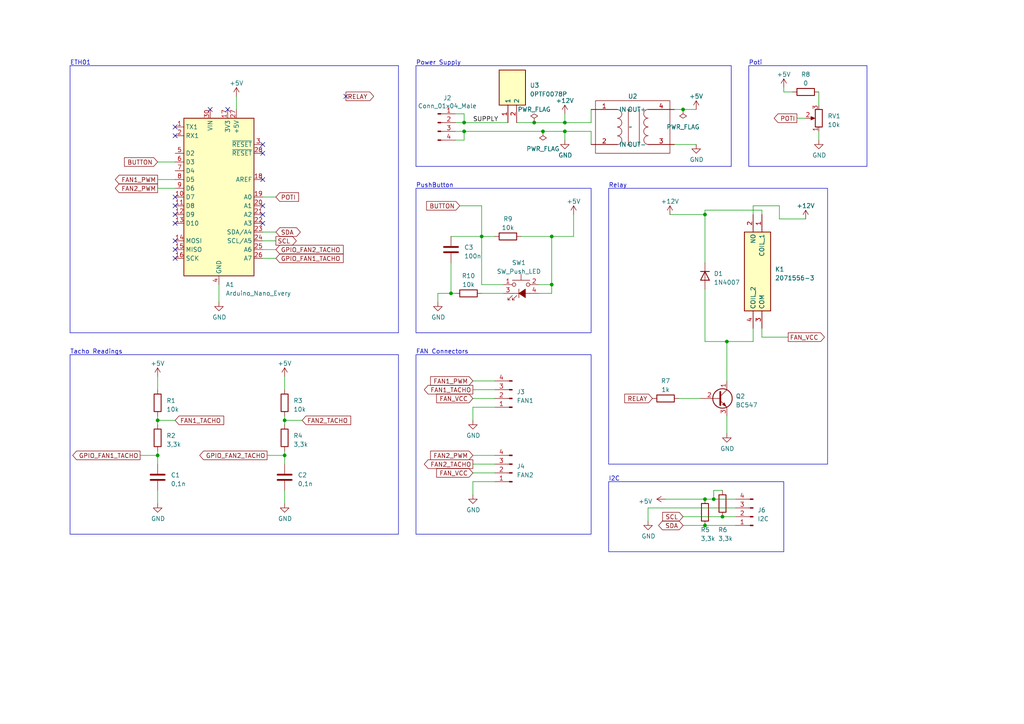
<source format=kicad_sch>
(kicad_sch (version 20230121) (generator eeschema)
  (paper "A4")
  (title_block (title "Nano_PWM_Fan_Controller") (date "2023-10-27") (rev "0.3"))
  (lib_symbols
    (symbol "Connector:Conn_01x04_Male" (pin_names (offset 1.016) hide)
      (property "Reference" "J" (at 0 5.08 0))
      (property "Value" "Conn_01x04_Male" (at 0 -7.62 0))
      (symbol "Conn_01x04_Male_1_1"
        (polyline (pts (xy 1.27 -5.08) (xy 0.8636 -5.08)) (stroke (width 0.1524)))
        (polyline (pts (xy 1.27 -2.54) (xy 0.8636 -2.54)) (stroke (width 0.1524)))
        (polyline (pts (xy 1.27 0) (xy 0.8636 0)) (stroke (width 0.1524)))
        (polyline (pts (xy 1.27 2.54) (xy 0.8636 2.54)) (stroke (width 0.1524)))
        (rectangle (start 0.8636 -4.953) (end 0 -5.207) (stroke (width 0.1524)) (fill (type outline)))
        (rectangle (start 0.8636 -2.413) (end 0 -2.667) (stroke (width 0.1524)) (fill (type outline)))
        (rectangle (start 0.8636 0.127) (end 0 -0.127) (stroke (width 0.1524)) (fill (type outline)))
        (rectangle (start 0.8636 2.667) (end 0 2.413) (stroke (width 0.1524)) (fill (type outline)))
        (pin passive line (at 5.08 2.54 180) (length 3.81) (name "Pin_1") (number "1"))
        (pin passive line (at 5.08 0 180) (length 3.81) (name "Pin_2") (number "2"))
        (pin passive line (at 5.08 -2.54 180) (length 3.81) (name "Pin_3") (number "3"))
        (pin passive line (at 5.08 -5.08 180) (length 3.81) (name "Pin_4") (number "4"))
      )
    )
    (symbol "Connector:Conn_01x04_Pin" (pin_names (offset 1.016) hide)
      (property "Reference" "J" (at 0 5.08 0))
      (property "Value" "Conn_01x04_Pin" (at 0 -7.62 0))
      (symbol "Conn_01x04_Pin_1_1"
        (polyline (pts (xy 1.27 -5.08) (xy 0.8636 -5.08)) (stroke (width 0.1524)))
        (polyline (pts (xy 1.27 -2.54) (xy 0.8636 -2.54)) (stroke (width 0.1524)))
        (polyline (pts (xy 1.27 0) (xy 0.8636 0)) (stroke (width 0.1524)))
        (polyline (pts (xy 1.27 2.54) (xy 0.8636 2.54)) (stroke (width 0.1524)))
        (rectangle (start 0.8636 -4.953) (end 0 -5.207) (stroke (width 0.1524)) (fill (type outline)))
        (rectangle (start 0.8636 -2.413) (end 0 -2.667) (stroke (width 0.1524)) (fill (type outline)))
        (rectangle (start 0.8636 0.127) (end 0 -0.127) (stroke (width 0.1524)) (fill (type outline)))
        (rectangle (start 0.8636 2.667) (end 0 2.413) (stroke (width 0.1524)) (fill (type outline)))
        (pin passive line (at 5.08 2.54 180) (length 3.81) (name "Pin_1") (number "1"))
        (pin passive line (at 5.08 0 180) (length 3.81) (name "Pin_2") (number "2"))
        (pin passive line (at 5.08 -2.54 180) (length 3.81) (name "Pin_3") (number "3"))
        (pin passive line (at 5.08 -5.08 180) (length 3.81) (name "Pin_4") (number "4"))
      )
    )
    (symbol "Device:C" (pin_numbers hide) (pin_names (offset 0.254))
      (property "Reference" "C" (at 0.635 2.54 0))
      (property "Value" "C" (at 0.635 -2.54 0))
      (symbol "C_0_1"
        (polyline (pts (xy -2.032 -0.762) (xy 2.032 -0.762)) (stroke (width 0.508)))
        (polyline (pts (xy -2.032 0.762) (xy 2.032 0.762)) (stroke (width 0.508)))
      )
      (symbol "C_1_1"
        (pin passive line (at 0 3.81 270) (length 2.794) (name "~") (number "1"))
        (pin passive line (at 0 -3.81 90) (length 2.794) (name "~") (number "2"))
      )
    )
    (symbol "Device:R" (pin_numbers hide) (pin_names (offset 0))
      (property "Reference" "R" (at 2.032 0 90))
      (property "Value" "R" (at 0 0 90))
      (symbol "R_0_1"
        (rectangle (start -1.016 -2.54) (end 1.016 2.54) (stroke (width 0.254)))
      )
      (symbol "R_1_1"
        (pin passive line (at 0 3.81 270) (length 1.27) (name "~") (number "1"))
        (pin passive line (at 0 -3.81 90) (length 1.27) (name "~") (number "2"))
      )
    )
    (symbol "Device:R_Potentiometer" (pin_names (offset 1.016) hide)
      (property "Reference" "RV" (at -4.445 0 90))
      (property "Value" "R_Potentiometer" (at -2.54 0 90))
      (symbol "R_Potentiometer_0_1"
        (polyline (pts (xy 2.54 0) (xy 1.524 0)))
        (polyline (pts (xy 1.143 0) (xy 2.286 0.508) (xy 2.286 -0.508) (xy 1.143 0)) (fill (type outline)))
        (rectangle (start 1.016 2.54) (end -1.016 -2.54) (stroke (width 0.254)))
      )
      (symbol "R_Potentiometer_1_1"
        (pin passive line (at 0 3.81 270) (length 1.27) (name "1") (number "1"))
        (pin passive line (at 3.81 0 180) (length 1.27) (name "2") (number "2"))
        (pin passive line (at 0 -3.81 90) (length 1.27) (name "3") (number "3"))
      )
    )
    (symbol "Diode:1N4007" (pin_numbers hide) (pin_names hide)
      (property "Reference" "D" (at 0 2.54 0))
      (property "Value" "1N4007" (at 0 -2.54 0))
      (symbol "1N4007_0_1"
        (polyline (pts (xy -1.27 1.27) (xy -1.27 -1.27)) (stroke (width 0.254)))
        (polyline (pts (xy 1.27 0) (xy -1.27 0)))
        (polyline (pts (xy 1.27 1.27) (xy 1.27 -1.27) (xy -1.27 0) (xy 1.27 1.27)) (stroke (width 0.254)))
      )
      (symbol "1N4007_1_1"
        (pin passive line (at -3.81 0 0) (length 2.54) (name "K") (number "1"))
        (pin passive line (at 3.81 0 180) (length 2.54) (name "A") (number "2"))
      )
    )
    (symbol "MCU_Module:Arduino_Nano_Every"
      (property "Reference" "A" (at -10.16 23.495 0))
      (property "Value" "Arduino_Nano_Every" (at 5.08 -24.13 0))
      (symbol "Arduino_Nano_Every_0_1"
        (rectangle (start -10.16 22.86) (end 10.16 -22.86) (stroke (width 0.254)) (fill (type background)))
      )
      (symbol "Arduino_Nano_Every_1_1"
        (pin bidirectional line (at -12.7 20.32 0) (length 2.54) (name "TX1") (number "1"))
        (pin bidirectional line (at -12.7 0 0) (length 2.54) (name "D7") (number "10"))
        (pin bidirectional line (at -12.7 -2.54 0) (length 2.54) (name "D8") (number "11"))
        (pin bidirectional line (at -12.7 -5.08 0) (length 2.54) (name "D9") (number "12"))
        (pin bidirectional line (at -12.7 -7.62 0) (length 2.54) (name "D10") (number "13"))
        (pin bidirectional line (at -12.7 -12.7 0) (length 2.54) (name "MOSI") (number "14"))
        (pin bidirectional line (at -12.7 -15.24 0) (length 2.54) (name "MISO") (number "15"))
        (pin bidirectional line (at -12.7 -17.78 0) (length 2.54) (name "SCK") (number "16"))
        (pin power_out line (at 2.54 25.4 270) (length 2.54) (name "3V3") (number "17"))
        (pin input line (at 12.7 5.08 180) (length 2.54) (name "AREF") (number "18"))
        (pin bidirectional line (at 12.7 0 180) (length 2.54) (name "A0") (number "19"))
        (pin bidirectional line (at -12.7 17.78 0) (length 2.54) (name "RX1") (number "2"))
        (pin bidirectional line (at 12.7 -2.54 180) (length 2.54) (name "A1") (number "20"))
        (pin bidirectional line (at 12.7 -5.08 180) (length 2.54) (name "A2") (number "21"))
        (pin bidirectional line (at 12.7 -7.62 180) (length 2.54) (name "A3") (number "22"))
        (pin bidirectional line (at 12.7 -10.16 180) (length 2.54) (name "SDA/A4") (number "23"))
        (pin bidirectional line (at 12.7 -12.7 180) (length 2.54) (name "SCL/A5") (number "24"))
        (pin bidirectional line (at 12.7 -15.24 180) (length 2.54) (name "A6") (number "25"))
        (pin bidirectional line (at 12.7 -17.78 180) (length 2.54) (name "A7") (number "26"))
        (pin power_out line (at 5.08 25.4 270) (length 2.54) (name "+5V") (number "27"))
        (pin input line (at 12.7 12.7 180) (length 2.54) (name "~{RESET}") (number "28"))
        (pin passive line (at 0 -25.4 90) (length 2.54) hide (name "GND") (number "29"))
        (pin input line (at 12.7 15.24 180) (length 2.54) (name "~{RESET}") (number "3"))
        (pin power_in line (at -2.54 25.4 270) (length 2.54) (name "VIN") (number "30"))
        (pin power_in line (at 0 -25.4 90) (length 2.54) (name "GND") (number "4"))
        (pin bidirectional line (at -12.7 12.7 0) (length 2.54) (name "D2") (number "5"))
        (pin bidirectional line (at -12.7 10.16 0) (length 2.54) (name "D3") (number "6"))
        (pin bidirectional line (at -12.7 7.62 0) (length 2.54) (name "D4") (number "7"))
        (pin bidirectional line (at -12.7 5.08 0) (length 2.54) (name "D5") (number "8"))
        (pin bidirectional line (at -12.7 2.54 0) (length 2.54) (name "D6") (number "9"))
      )
    )
    (symbol "SamacSys_Parts:0PTF0078P"
      (property "Reference" "U" (at 16.51 7.62 0))
      (property "Value" "0PTF0078P" (at 16.51 5.08 0))
      (symbol "0PTF0078P_1_1"
        (rectangle (start 5.08 2.54) (end 15.24 -5.08) (stroke (width 0.254)) (fill (type background)))
        (pin passive line (at 0 0 0) (length 5.08) (name "1") (number "1"))
        (pin passive line (at 0 -2.54 0) (length 5.08) (name "2") (number "2"))
      )
    )
    (symbol "SamacSys_Parts:2071556-3"
      (property "Reference" "K" (at 29.21 7.62 0))
      (property "Value" "2071556-3" (at 29.21 5.08 0))
      (symbol "2071556-3_1_1"
        (rectangle (start 5.08 2.54) (end 27.94 -5.08) (stroke (width 0.254)) (fill (type background)))
        (pin passive line (at 0 0 0) (length 5.08) (name "COIL_1") (number "1"))
        (pin passive line (at 0 -2.54 0) (length 5.08) (name "NO") (number "2"))
        (pin passive line (at 33.02 0 180) (length 5.08) (name "COM") (number "3"))
        (pin passive line (at 33.02 -2.54 180) (length 5.08) (name "COIL_2") (number "4"))
      )
    )
    (symbol "SamacSys_Parts:2596S-ADJ_3A_DC-DC_Step_Down_Buck_Power_Module"
      (property "Reference" "U" (at 1.27 8.89 0))
      (symbol "2596S-ADJ_3A_DC-DC_Step_Down_Buck_Power_Module_0_1"
        (rectangle (start -10.16 7.62) (end 11.43 -7.62))
        (arc (start -3.7917 -5.0989) (mid -2.9078 -4.7306) (end -2.5217 -3.8543))
        (arc (start -3.7917 -2.5589) (mid -2.9078 -2.1906) (end -2.5217 -1.3143))
        (arc (start -3.7917 -0.0189) (mid -2.9078 0.3494) (end -2.5217 1.2257))
        (arc (start -3.7917 2.5211) (mid -2.9078 2.8894) (end -2.5217 3.7657))
        (arc (start -2.5217 -3.8543) (mid -2.8937 -2.9563) (end -3.7917 -2.5843))
        (arc (start -2.5217 -1.3143) (mid -2.8937 -0.4163) (end -3.7917 -0.0443))
        (arc (start -2.5217 1.2257) (mid -2.8937 2.1237) (end -3.7917 2.4957))
        (arc (start -2.5217 3.7657) (mid -2.8937 4.6637) (end -3.7917 5.0357))
        (polyline (pts (xy -0.635 5.08) (xy -0.635 -5.08)))
        (polyline (pts (xy 2.54 -5.08) (xy 2.54 5.08)))
        (arc (start 3.8354 -1.27) (mid 4.1999 -2.1501) (end 5.08 -2.5146))
        (arc (start 3.8354 1.27) (mid 4.1999 0.3899) (end 5.08 0.0254))
        (arc (start 3.8354 3.81) (mid 4.1999 2.9299) (end 5.08 2.5654))
        (arc (start 3.8608 -3.81) (mid 4.2254 -4.6899) (end 5.1054 -5.0546))
        (arc (start 5.08 0) (mid 4.1858 -0.3685) (end 3.8354 -1.27))
        (arc (start 5.08 2.54) (mid 4.1858 2.1715) (end 3.8354 1.27))
        (arc (start 5.08 5.08) (mid 4.1858 4.7115) (end 3.8354 3.81))
        (arc (start 5.1054 -2.54) (mid 4.2109 -2.9083) (end 3.8608 -3.81))
      )
      (symbol "2596S-ADJ_3A_DC-DC_Step_Down_Buck_Power_Module_1_1"
        (pin passive line (at -11.43 5.08 0) (length 7.62) (name "IN+") (number "1"))
        (pin passive line (at -11.43 -5.08 0) (length 7.62) (name "IN-") (number "2"))
        (pin passive line (at 12.7 -5.08 180) (length 7.62) (name "OUT-") (number "3"))
        (pin passive line (at 12.7 5.08 180) (length 7.62) (name "OUT+") (number "4"))
      )
    )
    (symbol "Switch:SW_Push_LED" (pin_names (offset 1.016) hide)
      (property "Reference" "SW" (at 0.635 5.715 0))
      (property "Value" "SW_Push_LED" (at 0 -3.175 0))
      (symbol "SW_Push_LED_0_0"
        (polyline (pts (xy -3.81 -1.905) (xy -2.54 -0.635)))
        (polyline (pts (xy -2.54 -1.905) (xy -1.27 -0.635)))
        (polyline (pts (xy -2.54 0) (xy 2.54 0)))
        (polyline (pts (xy -0.635 1.27) (xy -0.635 -1.27)))
        (polyline (pts (xy -3.81 -1.27) (xy -3.81 -1.905) (xy -3.175 -1.905)))
        (polyline (pts (xy -2.54 -1.27) (xy -2.54 -1.905) (xy -1.905 -1.905)))
        (polyline (pts (xy -0.635 0) (xy 1.27 1.27) (xy 1.27 -1.27) (xy -0.635 0)) (fill (type outline)))
      )
      (symbol "SW_Push_LED_0_1"
        (circle (center -2.032 2.54) (radius 0.508))
        (polyline (pts (xy 0 3.81) (xy 0 5.588)))
        (polyline (pts (xy 2.54 3.81) (xy -2.54 3.81)))
        (circle (center 2.032 2.54) (radius 0.508))
        (pin passive line (at -5.08 2.54 0) (length 2.54) (name "1") (number "1"))
        (pin passive line (at 5.08 2.54 180) (length 2.54) (name "2") (number "2"))
        (pin passive line (at -5.08 0 0) (length 2.54) (name "K") (number "3"))
        (pin passive line (at 5.08 0 180) (length 2.54) (name "A") (number "4"))
      )
    )
    (symbol "Transistor_BJT:BC547" (pin_names (offset 0) hide)
      (property "Reference" "Q" (at 5.08 1.905 0))
      (property "Value" "BC547" (at 5.08 0 0))
      (symbol "BC547_0_1"
        (polyline (pts (xy 0 0) (xy 0.635 0)))
        (polyline (pts (xy 0.635 0.635) (xy 2.54 2.54)))
        (polyline (pts (xy 0.635 -0.635) (xy 2.54 -2.54) (xy 2.54 -2.54)))
        (polyline (pts (xy 0.635 1.905) (xy 0.635 -1.905) (xy 0.635 -1.905)) (stroke (width 0.508)))
        (polyline (pts (xy 1.27 -1.778) (xy 1.778 -1.27) (xy 2.286 -2.286) (xy 1.27 -1.778) (xy 1.27 -1.778)) (fill (type outline)))
        (circle (center 1.27 0) (radius 2.8194) (stroke (width 0.254)))
      )
      (symbol "BC547_1_1"
        (pin passive line (at 2.54 5.08 270) (length 2.54) (name "C") (number "1"))
        (pin input line (at -5.08 0 0) (length 5.08) (name "B") (number "2"))
        (pin passive line (at 2.54 -5.08 90) (length 2.54) (name "E") (number "3"))
      )
    )
    (symbol "power:+12V" (power) (pin_names (offset 0))
      (property "Value" "+12V" (at 0 3.556 0))
      (symbol "+12V_0_1"
        (polyline (pts (xy -0.762 1.27) (xy 0 2.54)))
        (polyline (pts (xy 0 0) (xy 0 2.54)))
        (polyline (pts (xy 0 2.54) (xy 0.762 1.27)))
      )
      (symbol "+12V_1_1"
        (pin power_in line (at 0 0 90) (length 0) hide (name "+12V") (number "1"))
      )
    )
    (symbol "power:+5V" (power) (pin_names (offset 0))
      (property "Value" "+5V" (at 0 3.556 0))
      (symbol "+5V_0_1"
        (polyline (pts (xy -0.762 1.27) (xy 0 2.54)))
        (polyline (pts (xy 0 0) (xy 0 2.54)))
        (polyline (pts (xy 0 2.54) (xy 0.762 1.27)))
      )
      (symbol "+5V_1_1"
        (pin power_in line (at 0 0 90) (length 0) hide (name "+5V") (number "1"))
      )
    )
    (symbol "power:GND" (power) (pin_names (offset 0))
      (property "Value" "GND" (at 0 -3.81 0))
      (symbol "GND_0_1"
        (polyline (pts (xy 0 0) (xy 0 -1.27) (xy 1.27 -1.27) (xy 0 -2.54) (xy -1.27 -1.27) (xy 0 -1.27)))
      )
      (symbol "GND_1_1"
        (pin power_in line (at 0 0 270) (length 0) hide (name "GND") (number "1"))
      )
    )
    (symbol "power:PWR_FLAG" (power) (pin_numbers hide) (pin_names (offset 0) hide)
      (property "Value" "PWR_FLAG" (at 0 3.81 0))
      (symbol "PWR_FLAG_0_0"
        (pin power_out line (at 0 0 90) (length 0) (name "pwr") (number "1"))
      )
      (symbol "PWR_FLAG_0_1"
        (polyline (pts (xy 0 0) (xy 0 1.27) (xy -1.016 1.905) (xy 0 2.54) (xy 1.016 1.905) (xy 0 1.27)))
      )
    )
  )
  (junction (at 209.55 149.86))
  (junction (at 45.72 132.08))
  (junction (at 154.94 35.56))
  (junction (at 163.83 38.1))
  (junction (at 134.62 38.1))
  (junction (at 134.62 35.56))
  (junction (at 82.55 132.08))
  (junction (at 204.47 152.4))
  (junction (at 198.12 31.75))
  (junction (at 130.81 85.09))
  (junction (at 157.48 38.1))
  (junction (at 45.72 121.92))
  (junction (at 207.01 144.78))
  (junction (at 204.47 144.78))
  (junction (at 82.55 121.92))
  (junction (at 139.7 68.58))
  (junction (at 160.02 82.55))
  (junction (at 210.82 99.06))
  (junction (at 204.47 62.23))
  (junction (at 163.83 35.56))
  (junction (at 160.02 68.58))
  (no_connect (at 50.8 69.85))
  (no_connect (at 76.2 59.69))
  (no_connect (at 76.2 52.07))
  (no_connect (at 50.8 72.39))
  (no_connect (at 50.8 62.23))
  (no_connect (at 76.2 62.23))
  (no_connect (at 66.04 31.75))
  (no_connect (at 50.8 64.77))
  (no_connect (at 60.96 31.75))
  (no_connect (at 50.8 39.37))
  (no_connect (at 50.8 57.15))
  (no_connect (at 50.8 59.69))
  (no_connect (at 50.8 36.83))
  (no_connect (at 76.2 64.77))
  (no_connect (at 50.8 74.93))
  (no_connect (at 76.2 44.45))
  (no_connect (at 76.2 41.91))
  (no_connect (at 100.33 27.94))
  (wire (pts (xy 45.72 52.07) (xy 50.8 52.07)))
  (wire (pts (xy 80.01 74.93) (xy 76.2 74.93)))
  (wire (pts (xy 127 85.09) (xy 127 87.63)))
  (wire (pts (xy 143.51 68.58) (xy 139.7 68.58)))
  (wire (pts (xy 156.21 82.55) (xy 160.02 82.55)))
  (wire (pts (xy 166.37 68.58) (xy 160.02 68.58)))
  (wire (pts (xy 130.81 76.2) (xy 130.81 85.09)))
  (wire (pts (xy 194.31 62.23) (xy 204.47 62.23)))
  (wire (pts (xy 218.44 99.06) (xy 210.82 99.06)))
  (wire (pts (xy 50.8 121.92) (xy 45.72 121.92)))
  (wire (pts (xy 207.01 144.78) (xy 213.36 144.78)))
  (wire (pts (xy 204.47 99.06) (xy 210.82 99.06)))
  (wire (pts (xy 210.82 120.65) (xy 210.82 125.73)))
  (wire (pts (xy 187.96 147.32) (xy 213.36 147.32)))
  (wire (pts (xy 207.01 142.24) (xy 207.01 144.78)))
  (wire (pts (xy 80.01 69.85) (xy 76.2 69.85)))
  (wire (pts (xy 139.7 59.69) (xy 139.7 68.58)))
  (wire (pts (xy 80.01 72.39) (xy 76.2 72.39)))
  (wire (pts (xy 228.6 97.79) (xy 220.98 97.79)))
  (wire (pts (xy 204.47 144.78) (xy 207.01 144.78)))
  (wire (pts (xy 82.55 146.05) (xy 82.55 142.24)))
  (wire (pts (xy 220.98 97.79) (xy 220.98 95.25)))
  (wire (pts (xy 226.06 59.69) (xy 226.06 63.5)))
  (wire (pts (xy 45.72 120.65) (xy 45.72 121.92)))
  (wire (pts (xy 45.72 121.92) (xy 45.72 123.19)))
  (wire (pts (xy 137.16 113.03) (xy 143.51 113.03)))
  (wire (pts (xy 82.55 109.22) (xy 82.55 113.03)))
  (wire (pts (xy 137.16 139.7) (xy 143.51 139.7)))
  (wire (pts (xy 171.45 35.56) (xy 163.83 35.56)))
  (wire (pts (xy 163.83 35.56) (xy 163.83 33.02)))
  (wire (pts (xy 204.47 62.23) (xy 204.47 76.2)))
  (wire (pts (xy 82.55 130.81) (xy 82.55 132.08)))
  (wire (pts (xy 218.44 95.25) (xy 218.44 99.06)))
  (wire (pts (xy 130.81 68.58) (xy 139.7 68.58)))
  (wire (pts (xy 204.47 152.4) (xy 198.12 152.4)))
  (wire (pts (xy 134.62 33.02) (xy 134.62 35.56)))
  (wire (pts (xy 233.68 63.5) (xy 226.06 63.5)))
  (wire (pts (xy 218.44 62.23) (xy 218.44 59.69)))
  (wire (pts (xy 171.45 31.75) (xy 171.45 35.56)))
  (wire (pts (xy 156.21 85.09) (xy 160.02 85.09)))
  (wire (pts (xy 45.72 54.61) (xy 50.8 54.61)))
  (wire (pts (xy 132.08 35.56) (xy 134.62 35.56)))
  (wire (pts (xy 209.55 142.24) (xy 207.01 142.24)))
  (wire (pts (xy 227.33 25.4) (xy 227.33 26.67)))
  (wire (pts (xy 137.16 118.11) (xy 143.51 118.11)))
  (wire (pts (xy 137.16 121.92) (xy 137.16 118.11)))
  (wire (pts (xy 196.85 115.57) (xy 203.2 115.57)))
  (wire (pts (xy 80.01 67.31) (xy 76.2 67.31)))
  (polyline (pts (xy 115.57 96.52) (xy 20.32 96.52)))
  (wire (pts (xy 209.55 149.86) (xy 213.36 149.86)))
  (wire (pts (xy 82.55 121.92) (xy 82.55 123.19)))
  (wire (pts (xy 218.44 59.69) (xy 226.06 59.69)))
  (wire (pts (xy 133.35 59.69) (xy 139.7 59.69)))
  (polyline (pts (xy 120.65 19.05) (xy 212.09 19.05)))
  (wire (pts (xy 204.47 60.96) (xy 204.47 62.23)))
  (wire (pts (xy 137.16 110.49) (xy 143.51 110.49)))
  (wire (pts (xy 132.08 85.09) (xy 130.81 85.09)))
  (wire (pts (xy 193.04 144.78) (xy 204.47 144.78)))
  (polyline (pts (xy 120.65 48.26) (xy 120.65 19.05)))
  (wire (pts (xy 171.45 38.1) (xy 163.83 38.1)))
  (wire (pts (xy 137.16 115.57) (xy 143.51 115.57)))
  (wire (pts (xy 210.82 99.06) (xy 210.82 110.49)))
  (wire (pts (xy 137.16 134.62) (xy 143.51 134.62)))
  (wire (pts (xy 171.45 41.91) (xy 171.45 38.1)))
  (wire (pts (xy 82.55 120.65) (xy 82.55 121.92)))
  (wire (pts (xy 154.94 35.56) (xy 163.83 35.56)))
  (wire (pts (xy 137.16 132.08) (xy 143.51 132.08)))
  (wire (pts (xy 187.96 151.13) (xy 187.96 147.32)))
  (wire (pts (xy 80.01 57.15) (xy 76.2 57.15)))
  (wire (pts (xy 134.62 35.56) (xy 147.32 35.56)))
  (wire (pts (xy 198.12 149.86) (xy 209.55 149.86)))
  (wire (pts (xy 132.08 33.02) (xy 134.62 33.02)))
  (wire (pts (xy 160.02 85.09) (xy 160.02 82.55)))
  (wire (pts (xy 134.62 40.64) (xy 134.62 38.1)))
  (wire (pts (xy 45.72 109.22) (xy 45.72 113.03)))
  (wire (pts (xy 195.58 31.75) (xy 198.12 31.75)))
  (wire (pts (xy 137.16 137.16) (xy 143.51 137.16)))
  (wire (pts (xy 132.08 40.64) (xy 134.62 40.64)))
  (wire (pts (xy 204.47 83.82) (xy 204.47 99.06)))
  (wire (pts (xy 137.16 143.51) (xy 137.16 139.7)))
  (wire (pts (xy 231.14 34.29) (xy 233.68 34.29)))
  (polyline (pts (xy 20.32 19.05) (xy 115.57 19.05)))
  (wire (pts (xy 157.48 38.1) (xy 163.83 38.1)))
  (wire (pts (xy 149.86 35.56) (xy 154.94 35.56)))
  (polyline (pts (xy 20.32 96.52) (xy 20.32 19.05)))
  (wire (pts (xy 45.72 132.08) (xy 45.72 134.62)))
  (wire (pts (xy 237.49 38.1) (xy 237.49 40.64)))
  (wire (pts (xy 132.08 38.1) (xy 134.62 38.1)))
  (wire (pts (xy 220.98 60.96) (xy 204.47 60.96)))
  (wire (pts (xy 198.12 31.75) (xy 201.93 31.75)))
  (wire (pts (xy 127 85.09) (xy 130.81 85.09)))
  (wire (pts (xy 195.58 41.91) (xy 201.93 41.91)))
  (wire (pts (xy 237.49 26.67) (xy 237.49 30.48)))
  (wire (pts (xy 82.55 132.08) (xy 82.55 134.62)))
  (wire (pts (xy 87.63 121.92) (xy 82.55 121.92)))
  (wire (pts (xy 139.7 68.58) (xy 139.7 82.55)))
  (wire (pts (xy 227.33 26.67) (xy 229.87 26.67)))
  (wire (pts (xy 213.36 152.4) (xy 204.47 152.4)))
  (wire (pts (xy 166.37 62.23) (xy 166.37 68.58)))
  (wire (pts (xy 45.72 46.99) (xy 50.8 46.99)))
  (wire (pts (xy 146.05 82.55) (xy 139.7 82.55)))
  (wire (pts (xy 68.58 27.94) (xy 68.58 31.75)))
  (polyline (pts (xy 212.09 48.26) (xy 120.65 48.26)))
  (wire (pts (xy 151.13 68.58) (xy 160.02 68.58)))
  (wire (pts (xy 45.72 130.81) (xy 45.72 132.08)))
  (wire (pts (xy 220.98 62.23) (xy 220.98 60.96)))
  (polyline (pts (xy 212.09 19.05) (xy 212.09 48.26)))
  (wire (pts (xy 134.62 38.1) (xy 157.48 38.1)))
  (wire (pts (xy 45.72 146.05) (xy 45.72 142.24)))
  (wire (pts (xy 139.7 85.09) (xy 146.05 85.09)))
  (wire (pts (xy 163.83 38.1) (xy 163.83 40.64)))
  (polyline (pts (xy 115.57 19.05) (xy 115.57 96.52)))
  (wire (pts (xy 77.47 132.08) (xy 82.55 132.08)))
  (wire (pts (xy 63.5 82.55) (xy 63.5 87.63)))
  (wire (pts (xy 40.64 132.08) (xy 45.72 132.08)))
  (wire (pts (xy 160.02 68.58) (xy 160.02 82.55)))
  (rectangle (start 217.17 19.05) (end 251.46 48.26))
  (rectangle (start 120.65 102.87) (end 171.45 154.94))
  (rectangle (start 20.32 102.87) (end 115.57 154.94))
  (rectangle (start 120.65 54.61) (end 171.45 96.52))
  (rectangle (start 176.53 139.7) (end 227.33 160.02))
  (rectangle (start 176.53 54.61) (end 240.03 134.62))
  (text "PushButton" (at 120.65 54.61 0) (effects (font (size 1.27 1.27)) (justify left bottom)))
  (text "I2C" (at 176.53 139.7 0) (effects (font (size 1.27 1.27)) (justify left bottom)))
  (text "Power Supply" (at 120.65 19.05 0) (effects (font (size 1.27 1.27)) (justify left bottom)))
  (text "ETH01" (at 20.32 19.05 0) (effects (font (size 1.27 1.27)) (justify left bottom)))
  (text "Tacho Readings" (at 20.32 102.87 0) (effects (font (size 1.27 1.27)) (justify left bottom)))
  (text "FAN Connectors" (at 120.65 102.87 0) (effects (font (size 1.27 1.27)) (justify left bottom)))
  (text "Poti" (at 217.17 19.05 0) (effects (font (size 1.27 1.27)) (justify left bottom)))
  (text "Relay\n" (at 176.53 54.61 0) (effects (font (size 1.27 1.27)) (justify left bottom)))
  (label "SUPPLY" (at 137.16 35.56 0))
  (global_label "SDA" (shape bidirectional) (at 80.01 67.31 0) (property "Intersheetrefs" "${INTERSHEET_REFS}" (effects hide)))
  (global_label "SCL" (shape output) (at 80.01 69.85 0) (property "Intersheetrefs" "${INTERSHEET_REFS}" (effects hide)))
  (global_label "FAN2_PWM" (shape output) (at 45.72 54.61 180) (property "Intersheetrefs" "${INTERSHEET_REFS}" (effects hide)))
  (global_label "GPIO_FAN2_TACHO" (shape input) (at 80.01 72.39 0) (property "Intersheetrefs" "${INTERSHEET_REFS}" (effects hide)))
  (global_label "FAN1_TACHO" (shape input) (at 50.8 121.92 0) (property "Intersheetrefs" "${INTERSHEET_REFS}" (effects hide)))
  (global_label "FAN2_TACHO" (shape output) (at 137.16 134.62 180) (property "Intersheetrefs" "${INTERSHEET_REFS}" (effects hide)))
  (global_label "FAN1_TACHO" (shape output) (at 137.16 113.03 180) (property "Intersheetrefs" "${INTERSHEET_REFS}" (effects hide)))
  (global_label "POTI" (shape output) (at 231.14 34.29 180) (property "Intersheetrefs" "${INTERSHEET_REFS}" (effects hide)))
  (global_label "SDA" (shape bidirectional) (at 198.12 152.4 180) (property "Intersheetrefs" "${INTERSHEET_REFS}" (effects hide)))
  (global_label "FAN2_PWM" (shape input) (at 137.16 132.08 180) (property "Intersheetrefs" "${INTERSHEET_REFS}" (effects hide)))
  (global_label "FAN_VCC" (shape input) (at 137.16 137.16 180) (property "Intersheetrefs" "${INTERSHEET_REFS}" (effects hide)))
  (global_label "GPIO_FAN2_TACHO" (shape output) (at 77.47 132.08 180) (property "Intersheetrefs" "${INTERSHEET_REFS}" (effects hide)))
  (global_label "SCL" (shape input) (at 198.12 149.86 180) (property "Intersheetrefs" "${INTERSHEET_REFS}" (effects hide)))
  (global_label "FAN1_PWM" (shape output) (at 45.72 52.07 180) (property "Intersheetrefs" "${INTERSHEET_REFS}" (effects hide)))
  (global_label "FAN2_TACHO" (shape input) (at 87.63 121.92 0) (property "Intersheetrefs" "${INTERSHEET_REFS}" (effects hide)))
  (global_label "FAN_VCC" (shape output) (at 228.6 97.79 0) (property "Intersheetrefs" "${INTERSHEET_REFS}" (effects hide)))
  (global_label "GPIO_FAN1_TACHO" (shape input) (at 80.01 74.93 0) (property "Intersheetrefs" "${INTERSHEET_REFS}" (effects hide)))
  (global_label "RELAY" (shape output) (at 100.33 27.94 0) (property "Intersheetrefs" "${INTERSHEET_REFS}" (effects hide)))
  (global_label "GPIO_FAN1_TACHO" (shape output) (at 40.64 132.08 180) (property "Intersheetrefs" "${INTERSHEET_REFS}" (effects hide)))
  (global_label "FAN1_PWM" (shape input) (at 137.16 110.49 180) (property "Intersheetrefs" "${INTERSHEET_REFS}" (effects hide)))
  (global_label "RELAY" (shape input) (at 189.23 115.57 180) (property "Intersheetrefs" "${INTERSHEET_REFS}" (effects hide)))
  (global_label "FAN_VCC" (shape input) (at 137.16 115.57 180) (property "Intersheetrefs" "${INTERSHEET_REFS}" (effects hide)))
  (global_label "BUTTON" (shape input) (at 133.35 59.69 180) (property "Intersheetrefs" "${INTERSHEET_REFS}" (effects hide)))
  (global_label "BUTTON" (shape input) (at 45.72 46.99 180) (property "Intersheetrefs" "${INTERSHEET_REFS}" (effects hide)))
  (global_label "POTI" (shape input) (at 80.01 57.15 0) (property "Intersheetrefs" "${INTERSHEET_REFS}" (effects hide)))
  (symbol (lib_id "power:GND") (at 163.83 40.64 0) (unit 1)
    (property "Reference" "#PWR017" (effects hide))
    (property "Value" "GND" (at 163.957 45.0342 0))
  )
  (symbol (lib_id "Connector:Conn_01x04_Male") (at 127 35.56 0) (unit 1)
    (property "Reference" "J2" (at 129.7432 28.4226 0))
    (property "Value" "Conn_01x04_Male" (at 129.7432 30.734 0))
    (property "Footprint" "TerminalBlock_Phoenix:TerminalBlock_Phoenix_MPT-0,5-4-2.54_1x04_P2.54mm_Horizontal" (effects hide))
  )
  (symbol (lib_id "power:GND") (at 63.5 87.63 0) (unit 1)
    (property "Reference" "#PWR08" (effects hide))
    (property "Value" "GND" (at 63.627 92.0242 0))
  )
  (symbol (lib_id "power:GND") (at 237.49 40.64 0) (unit 1)
    (property "Reference" "#PWR022" (effects hide))
    (property "Value" "GND" (at 237.617 45.0342 0))
  )
  (symbol (lib_id "power:PWR_FLAG") (at 154.94 35.56 0) (unit 1)
    (property "Reference" "#FLG01" (effects hide))
    (property "Value" "PWR_FLAG" (at 154.94 31.75 0))
  )
  (symbol (lib_id "power:+12V") (at 194.31 62.23 0) (unit 1)
    (property "Reference" "#PWR09" (effects hide))
    (property "Value" "+12V" (at 194.31 58.42 0))
  )
  (symbol (lib_id "Device:C") (at 45.72 138.43 0) (unit 1)
    (property "Reference" "C1" (at 49.53 137.795 0) (effects (justify left)))
    (property "Value" "0,1n" (at 49.53 140.335 0) (effects (justify left)))
    (property "Footprint" "Capacitor_THT:C_Rect_L4.6mm_W2.0mm_P2.50mm_MKS02_FKP02" (effects hide))
  )
  (symbol (lib_id "SamacSys_Parts:2071556-3") (at 220.98 62.23 270) (unit 1)
    (property "Reference" "K1" (at 224.79 78.105 90) (effects (justify left)))
    (property "Value" "2071556-3" (at 224.79 80.645 90) (effects (justify left)))
    (property "Footprint" "20715563" (effects hide))
    (property "Datasheet" "https://www.te.com/commerce/DocumentDelivery/DDEController?Action=showdoc&DocId=Data+Sheet%7FOJS_16A_0821%7F3%7Fpdf%7FEnglish%7FENG_DS_OJS_16A_0821_3.pdf%7F2071556-3" (effects hide))
    (property "Height" "15.3" (effects hide))
    (property "Mouser Part Number" "655-2071556-3" (effects hide))
    (property "Mouser Price/Stock" "https://www.mouser.co.uk/ProductDetail/TE-Connectivity/2071556-3?qs=ljCeji4nMDk2ahepswdivg%3D%3D" (effects hide))
    (property "Manufacturer_Name" "TE Connectivity" (effects hide))
    (property "Manufacturer_Part_Number" "2071556-3" (effects hide))
  )
  (symbol (lib_id "Device:R") (at 82.55 127 0) (unit 1)
    (property "Reference" "R4" (at 85.09 126.365 0) (effects (justify left)))
    (property "Value" "3,3k" (at 85.09 128.905 0) (effects (justify left)))
    (property "Footprint" "Resistor_SMD:R_1206_3216Metric_Pad1.30x1.75mm_HandSolder" (effects hide))
  )
  (symbol (lib_id "Device:C") (at 82.55 138.43 0) (unit 1)
    (property "Reference" "C2" (at 86.36 137.795 0) (effects (justify left)))
    (property "Value" "0,1n" (at 86.36 140.335 0) (effects (justify left)))
    (property "Footprint" "Capacitor_THT:C_Rect_L4.6mm_W2.0mm_P2.50mm_MKS02_FKP02" (effects hide))
  )
  (symbol (lib_id "Device:R") (at 45.72 116.84 0) (unit 1)
    (property "Reference" "R1" (at 48.26 116.205 0) (effects (justify left)))
    (property "Value" "10k" (at 48.26 118.745 0) (effects (justify left)))
    (property "Footprint" "Resistor_SMD:R_1206_3216Metric_Pad1.30x1.75mm_HandSolder" (effects hide))
  )
  (symbol (lib_id "Device:R") (at 82.55 116.84 0) (unit 1)
    (property "Reference" "R3" (at 85.09 116.205 0) (effects (justify left)))
    (property "Value" "10k" (at 85.09 118.745 0) (effects (justify left)))
    (property "Footprint" "Resistor_SMD:R_1206_3216Metric_Pad1.30x1.75mm_HandSolder" (effects hide))
  )
  (symbol (lib_id "Device:R") (at 233.68 26.67 90) (unit 1)
    (property "Reference" "R8" (at 233.68 21.59 90))
    (property "Value" "0" (at 233.68 24.13 90))
    (property "Footprint" "Resistor_SMD:R_1206_3216Metric_Pad1.30x1.75mm_HandSolder" (effects hide))
  )
  (symbol (lib_id "power:GND") (at 201.93 41.91 0) (unit 1)
    (property "Reference" "#PWR016" (effects hide))
    (property "Value" "GND" (at 202.057 46.3042 0))
  )
  (symbol (lib_id "power:GND") (at 82.55 146.05 0) (unit 1)
    (property "Reference" "#PWR06" (effects hide))
    (property "Value" "GND" (at 82.677 150.4442 0))
  )
  (symbol (lib_id "SamacSys_Parts:0PTF0078P") (at 147.32 35.56 90) (unit 1)
    (property "Reference" "U3" (at 153.67 24.765 90) (effects (justify right)))
    (property "Value" "0PTF0078P" (at 153.67 27.305 90) (effects (justify right)))
    (property "Footprint" "0PTF0078P" (effects hide))
    (property "Datasheet" "https://media.digikey.com/pdf/Data%20Sheets/Littelfuse%20PDFs/PTF075_77_78.pdf" (effects hide))
    (property "Height" "11.5" (effects hide))
    (property "Mouser Part Number" "576-0PTF0078P" (effects hide))
    (property "Mouser Price/Stock" "https://www.mouser.co.uk/ProductDetail/Littelfuse/0PTF0078P?qs=Co4VkB5J4%2Fsczy6gG8s%2FsA%3D%3D" (effects hide))
    (property "Manufacturer_Name" "LITTELFUSE" (effects hide))
    (property "Manufacturer_Part_Number" "0PTF0078P" (effects hide))
  )
  (symbol (lib_id "power:+5V") (at 45.72 109.22 0) (unit 1)
    (property "Reference" "#PWR01" (effects hide))
    (property "Value" "+5V" (at 45.72 105.41 0))
  )
  (symbol (lib_id "power:GND") (at 137.16 121.92 0) (unit 1)
    (property "Reference" "#PWR010" (effects hide))
    (property "Value" "GND" (at 137.287 126.3142 0))
  )
  (symbol (lib_id "power:+5V") (at 227.33 25.4 0) (unit 1)
    (property "Reference" "#PWR015" (effects hide))
    (property "Value" "+5V" (at 227.33 21.59 0))
  )
  (symbol (lib_id "power:+12V") (at 163.83 33.02 0) (unit 1)
    (property "Reference" "#PWR03" (effects hide))
    (property "Value" "+12V" (at 163.83 29.21 0))
  )
  (symbol (lib_id "power:+5V") (at 193.04 144.78 90) (unit 1)
    (property "Reference" "#PWR014" (effects hide))
    (property "Value" "+5V" (at 189.23 145.415 90) (effects (justify left)))
  )
  (symbol (lib_id "MCU_Module:Arduino_Nano_Every") (at 63.5 57.15 0) (unit 1)
    (property "Reference" "A1" (at 65.4559 82.55 0) (effects (justify left)))
    (property "Value" "Arduino_Nano_Every" (at 65.4559 85.09 0) (effects (justify left)))
    (property "Footprint" "Module:Arduino_Nano" (effects hide))
    (property "Datasheet" "https://content.arduino.cc/assets/NANOEveryV3.0_sch.pdf" (effects hide))
  )
  (symbol (lib_id "Connector:Conn_01x04_Pin") (at 148.59 115.57 180) (unit 1)
    (property "Reference" "J3" (at 149.86 113.665 0) (effects (justify right)))
    (property "Value" "FAN1" (at 149.86 116.205 0) (effects (justify right)))
    (property "Footprint" "Connector:FanPinHeader_1x04_P2.54mm_Vertical" (effects hide))
  )
  (symbol (lib_id "SamacSys_Parts:2596S-ADJ_3A_DC-DC_Step_Down_Buck_Power_Module") (at 182.88 36.83 0) (unit 1)
    (property "Reference" "U2" (at 183.515 27.94 0))
    (property "Value" "~" (at 182.88 36.83 0))
    (property "Footprint" "SamacSys_Parts:2596S-ADJ_3A_DC-DC_Step_Down_Buck_Power_Module" (effects hide))
  )
  (symbol (lib_id "Switch:SW_Push_LED") (at 151.13 85.09 0) (unit 1)
    (property "Reference" "SW1" (at 150.495 76.2 0))
    (property "Value" "SW_Push_LED" (at 150.495 78.74 0))
  )
  (symbol (lib_id "Connector:Conn_01x04_Pin") (at 148.59 137.16 180) (unit 1)
    (property "Reference" "J4" (at 149.86 135.255 0) (effects (justify right)))
    (property "Value" "FAN2" (at 149.86 137.795 0) (effects (justify right)))
    (property "Footprint" "Connector:FanPinHeader_1x04_P2.54mm_Vertical" (effects hide))
  )
  (symbol (lib_id "power:GND") (at 137.16 143.51 0) (unit 1)
    (property "Reference" "#PWR012" (effects hide))
    (property "Value" "GND" (at 137.287 147.9042 0))
  )
  (symbol (lib_id "Device:C") (at 130.81 72.39 0) (unit 1)
    (property "Reference" "C3" (at 134.62 71.755 0) (effects (justify left)))
    (property "Value" "100n" (at 134.62 74.295 0) (effects (justify left)))
  )
  (symbol (lib_id "power:+5V") (at 166.37 62.23 0) (unit 1)
    (property "Reference" "#PWR07" (effects hide))
    (property "Value" "+5V" (at 166.37 58.42 0))
  )
  (symbol (lib_id "power:PWR_FLAG") (at 198.12 31.75 180) (unit 1)
    (property "Reference" "#FLG03" (effects hide))
    (property "Value" "PWR_FLAG" (at 198.12 36.83 0))
  )
  (symbol (lib_id "Transistor_BJT:BC547") (at 208.28 115.57 0) (unit 1)
    (property "Reference" "Q2" (at 213.36 114.935 0) (effects (justify left)))
    (property "Value" "BC547" (at 213.36 117.475 0) (effects (justify left)))
    (property "Footprint" "Package_TO_SOT_THT:TO-92_Inline" (effects hide))
    (property "Datasheet" "https://www.onsemi.com/pub/Collateral/BC550-D.pdf" (effects hide))
  )
  (symbol (lib_id "power:+12V") (at 233.68 63.5 0) (unit 1)
    (property "Reference" "#PWR023" (effects hide))
    (property "Value" "+12V" (at 233.68 59.69 0))
  )
  (symbol (lib_id "Device:R") (at 193.04 115.57 90) (unit 1)
    (property "Reference" "R7" (at 193.04 110.49 90))
    (property "Value" "1k" (at 193.04 113.03 90))
    (property "Footprint" "Resistor_SMD:R_1206_3216Metric_Pad1.30x1.75mm_HandSolder" (effects hide))
  )
  (symbol (lib_id "Device:R") (at 135.89 85.09 90) (unit 1)
    (property "Reference" "R10" (at 135.89 80.01 90))
    (property "Value" "10k" (at 135.89 82.55 90))
  )
  (symbol (lib_id "Device:R") (at 45.72 127 0) (unit 1)
    (property "Reference" "R2" (at 48.26 126.365 0) (effects (justify left)))
    (property "Value" "3,3k" (at 48.26 128.905 0) (effects (justify left)))
    (property "Footprint" "Resistor_SMD:R_1206_3216Metric_Pad1.30x1.75mm_HandSolder" (effects hide))
  )
  (symbol (lib_id "power:GND") (at 187.96 151.13 0) (unit 1)
    (property "Reference" "#PWR013" (effects hide))
    (property "Value" "GND" (at 188.087 155.5242 0))
  )
  (symbol (lib_id "Diode:1N4007") (at 204.47 80.01 270) (unit 1)
    (property "Reference" "D1" (at 207.01 79.375 90) (effects (justify left)))
    (property "Value" "1N4007" (at 207.01 81.915 90) (effects (justify left)))
    (property "Footprint" "Diode_THT:D_DO-41_SOD81_P10.16mm_Horizontal" (effects hide))
    (property "Datasheet" "http://www.vishay.com/docs/88503/1n4001.pdf" (effects hide))
    (property "Sim.Device" "D" (effects hide))
    (property "Sim.Pins" "1=K 2=A" (effects hide))
  )
  (symbol (lib_id "power:+5V") (at 82.55 109.22 0) (unit 1)
    (property "Reference" "#PWR05" (effects hide))
    (property "Value" "+5V" (at 82.55 105.41 0))
  )
  (symbol (lib_id "power:GND") (at 45.72 146.05 0) (unit 1)
    (property "Reference" "#PWR02" (effects hide))
    (property "Value" "GND" (at 45.847 150.4442 0))
  )
  (symbol (lib_id "power:+5V") (at 68.58 27.94 0) (unit 1)
    (property "Reference" "#PWR04" (effects hide))
    (property "Value" "+5V" (at 68.58 24.13 0))
  )
  (symbol (lib_id "Device:R") (at 204.47 148.59 0) (unit 1)
    (property "Reference" "R5" (at 203.2 153.67 0) (effects (justify left)))
    (property "Value" "3,3k" (at 203.2 156.21 0) (effects (justify left)))
    (property "Footprint" "Resistor_SMD:R_1206_3216Metric_Pad1.30x1.75mm_HandSolder" (effects hide))
  )
  (symbol (lib_id "Connector:Conn_01x04_Pin") (at 218.44 149.86 180) (unit 1)
    (property "Reference" "J6" (at 219.71 147.955 0) (effects (justify right)))
    (property "Value" "I2C" (at 219.71 150.495 0) (effects (justify right)))
    (property "Footprint" "Connector_PinHeader_2.54mm:PinHeader_1x04_P2.54mm_Vertical" (effects hide))
  )
  (symbol (lib_id "Device:R") (at 147.32 68.58 90) (unit 1)
    (property "Reference" "R9" (at 147.32 63.5 90))
    (property "Value" "10k" (at 147.32 66.04 90))
  )
  (symbol (lib_id "power:+5V") (at 201.93 31.75 0) (unit 1)
    (property "Reference" "#PWR018" (effects hide))
    (property "Value" "+5V" (at 201.93 27.94 0))
  )
  (symbol (lib_id "Device:R_Potentiometer") (at 237.49 34.29 180) (unit 1)
    (property "Reference" "RV1" (at 240.03 33.655 0) (effects (justify right)))
    (property "Value" "10k" (at 240.03 36.195 0) (effects (justify right)))
    (property "Footprint" "Connector_PinHeader_2.54mm:PinHeader_1x03_P2.54mm_Vertical" (effects hide))
  )
  (symbol (lib_id "power:GND") (at 210.82 125.73 0) (unit 1)
    (property "Reference" "#PWR020" (effects hide))
    (property "Value" "GND" (at 210.947 130.1242 0))
  )
  (symbol (lib_id "Device:R") (at 209.55 146.05 0) (unit 1)
    (property "Reference" "R6" (at 208.28 153.67 0) (effects (justify left)))
    (property "Value" "3,3k" (at 208.28 156.21 0) (effects (justify left)))
    (property "Footprint" "Resistor_SMD:R_1206_3216Metric_Pad1.30x1.75mm_HandSolder" (effects hide))
  )
  (symbol (lib_id "power:GND") (at 127 87.63 0) (unit 1)
    (property "Reference" "#PWR011" (effects hide))
    (property "Value" "GND" (at 127.127 92.0242 0))
  )
  (symbol (lib_id "power:PWR_FLAG") (at 157.48 38.1 180) (unit 1)
    (property "Reference" "#FLG02" (effects hide))
    (property "Value" "PWR_FLAG" (at 157.48 43.18 0))
  )
)
</source>
